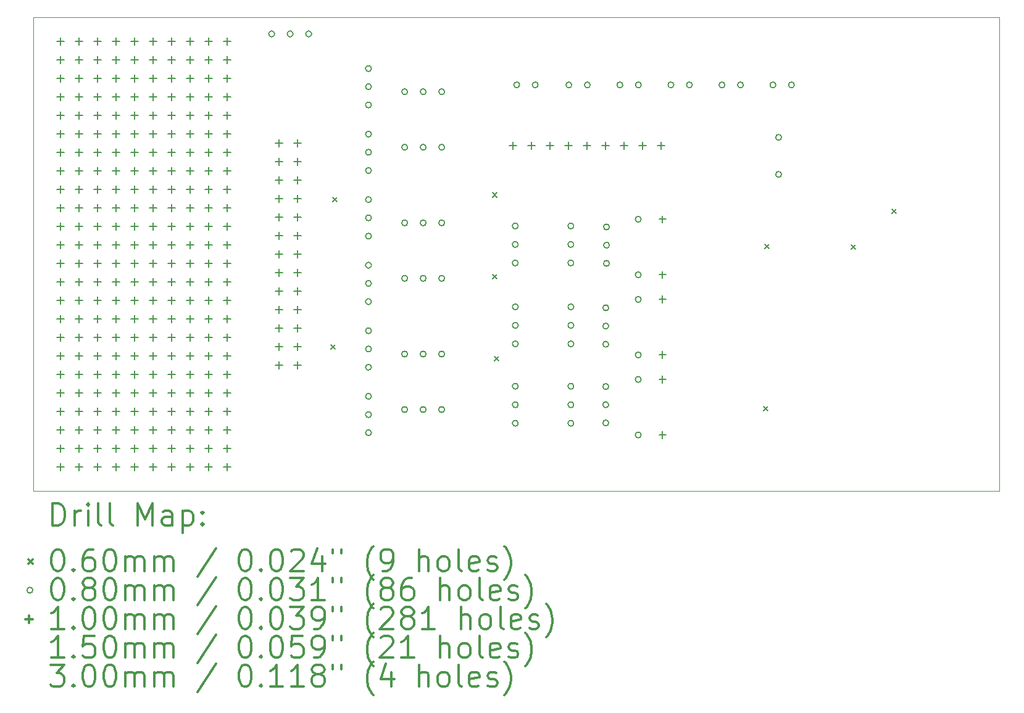
<source format=gbr>
%FSLAX45Y45*%
G04 Gerber Fmt 4.5, Leading zero omitted, Abs format (unit mm)*
G04 Created by KiCad (PCBNEW (2014-jul-16 BZR unknown)-product) date Mon 06 Oct 2014 10:40:39 AM CEST*
%MOMM*%
G01*
G04 APERTURE LIST*
%ADD10C,0.127000*%
%ADD11C,0.100000*%
%ADD12C,0.200000*%
%ADD13C,0.300000*%
G04 APERTURE END LIST*
D10*
D11*
X0Y6500000D02*
X3000000Y6500000D01*
X0Y0D02*
X0Y6500000D01*
X3000000Y0D02*
X0Y0D01*
X13250000Y6500000D02*
X3000000Y6500000D01*
X13250000Y0D02*
X3000000Y0D01*
X13250000Y0D02*
X13250000Y6500000D01*
D12*
X4085000Y2005000D02*
X4145000Y1945000D01*
X4145000Y2005000D02*
X4085000Y1945000D01*
X4105000Y4035000D02*
X4165000Y3975000D01*
X4165000Y4035000D02*
X4105000Y3975000D01*
X6305000Y4095000D02*
X6365000Y4035000D01*
X6365000Y4095000D02*
X6305000Y4035000D01*
X6305000Y2975000D02*
X6365000Y2915000D01*
X6365000Y2975000D02*
X6305000Y2915000D01*
X6330300Y1850300D02*
X6390300Y1790300D01*
X6390300Y1850300D02*
X6330300Y1790300D01*
X10020000Y1161000D02*
X10080000Y1101000D01*
X10080000Y1161000D02*
X10020000Y1101000D01*
X10035000Y3385000D02*
X10095000Y3325000D01*
X10095000Y3385000D02*
X10035000Y3325000D01*
X11220000Y3380000D02*
X11280000Y3320000D01*
X11280000Y3380000D02*
X11220000Y3320000D01*
X11780000Y3870000D02*
X11840000Y3810000D01*
X11840000Y3870000D02*
X11780000Y3810000D01*
X3311000Y6275000D02*
G75*
G03X3311000Y6275000I-40000J0D01*
G74*
G01*
X3565000Y6275000D02*
G75*
G03X3565000Y6275000I-40000J0D01*
G74*
G01*
X3819000Y6275000D02*
G75*
G03X3819000Y6275000I-40000J0D01*
G74*
G01*
X4640000Y5800000D02*
G75*
G03X4640000Y5800000I-40000J0D01*
G74*
G01*
X4640000Y5550000D02*
G75*
G03X4640000Y5550000I-40000J0D01*
G74*
G01*
X4640000Y5300000D02*
G75*
G03X4640000Y5300000I-40000J0D01*
G74*
G01*
X4640000Y4900000D02*
G75*
G03X4640000Y4900000I-40000J0D01*
G74*
G01*
X4640000Y4650000D02*
G75*
G03X4640000Y4650000I-40000J0D01*
G74*
G01*
X4640000Y4400000D02*
G75*
G03X4640000Y4400000I-40000J0D01*
G74*
G01*
X4640000Y4000000D02*
G75*
G03X4640000Y4000000I-40000J0D01*
G74*
G01*
X4640000Y3750000D02*
G75*
G03X4640000Y3750000I-40000J0D01*
G74*
G01*
X4640000Y3500000D02*
G75*
G03X4640000Y3500000I-40000J0D01*
G74*
G01*
X4640000Y3100000D02*
G75*
G03X4640000Y3100000I-40000J0D01*
G74*
G01*
X4640000Y2850000D02*
G75*
G03X4640000Y2850000I-40000J0D01*
G74*
G01*
X4640000Y2600000D02*
G75*
G03X4640000Y2600000I-40000J0D01*
G74*
G01*
X4640000Y2200000D02*
G75*
G03X4640000Y2200000I-40000J0D01*
G74*
G01*
X4640000Y1950000D02*
G75*
G03X4640000Y1950000I-40000J0D01*
G74*
G01*
X4640000Y1700000D02*
G75*
G03X4640000Y1700000I-40000J0D01*
G74*
G01*
X4640000Y1300000D02*
G75*
G03X4640000Y1300000I-40000J0D01*
G74*
G01*
X4640000Y1050000D02*
G75*
G03X4640000Y1050000I-40000J0D01*
G74*
G01*
X4640000Y800000D02*
G75*
G03X4640000Y800000I-40000J0D01*
G74*
G01*
X5136000Y5481000D02*
G75*
G03X5136000Y5481000I-40000J0D01*
G74*
G01*
X5136000Y4719000D02*
G75*
G03X5136000Y4719000I-40000J0D01*
G74*
G01*
X5136000Y3681000D02*
G75*
G03X5136000Y3681000I-40000J0D01*
G74*
G01*
X5136000Y2919000D02*
G75*
G03X5136000Y2919000I-40000J0D01*
G74*
G01*
X5136000Y1881000D02*
G75*
G03X5136000Y1881000I-40000J0D01*
G74*
G01*
X5136000Y1119000D02*
G75*
G03X5136000Y1119000I-40000J0D01*
G74*
G01*
X5390000Y5481000D02*
G75*
G03X5390000Y5481000I-40000J0D01*
G74*
G01*
X5390000Y4719000D02*
G75*
G03X5390000Y4719000I-40000J0D01*
G74*
G01*
X5390000Y3681000D02*
G75*
G03X5390000Y3681000I-40000J0D01*
G74*
G01*
X5390000Y2919000D02*
G75*
G03X5390000Y2919000I-40000J0D01*
G74*
G01*
X5390000Y1881000D02*
G75*
G03X5390000Y1881000I-40000J0D01*
G74*
G01*
X5390000Y1119000D02*
G75*
G03X5390000Y1119000I-40000J0D01*
G74*
G01*
X5644000Y5481000D02*
G75*
G03X5644000Y5481000I-40000J0D01*
G74*
G01*
X5644000Y4719000D02*
G75*
G03X5644000Y4719000I-40000J0D01*
G74*
G01*
X5644000Y3681000D02*
G75*
G03X5644000Y3681000I-40000J0D01*
G74*
G01*
X5644000Y2919000D02*
G75*
G03X5644000Y2919000I-40000J0D01*
G74*
G01*
X5644000Y1881000D02*
G75*
G03X5644000Y1881000I-40000J0D01*
G74*
G01*
X5644000Y1119000D02*
G75*
G03X5644000Y1119000I-40000J0D01*
G74*
G01*
X6654000Y3639000D02*
G75*
G03X6654000Y3639000I-40000J0D01*
G74*
G01*
X6654000Y3385000D02*
G75*
G03X6654000Y3385000I-40000J0D01*
G74*
G01*
X6654000Y3131000D02*
G75*
G03X6654000Y3131000I-40000J0D01*
G74*
G01*
X6654000Y2529000D02*
G75*
G03X6654000Y2529000I-40000J0D01*
G74*
G01*
X6654000Y2275000D02*
G75*
G03X6654000Y2275000I-40000J0D01*
G74*
G01*
X6654000Y2021000D02*
G75*
G03X6654000Y2021000I-40000J0D01*
G74*
G01*
X6654000Y1439000D02*
G75*
G03X6654000Y1439000I-40000J0D01*
G74*
G01*
X6654000Y1185000D02*
G75*
G03X6654000Y1185000I-40000J0D01*
G74*
G01*
X6654000Y931000D02*
G75*
G03X6654000Y931000I-40000J0D01*
G74*
G01*
X6673000Y5575000D02*
G75*
G03X6673000Y5575000I-40000J0D01*
G74*
G01*
X6927000Y5575000D02*
G75*
G03X6927000Y5575000I-40000J0D01*
G74*
G01*
X7388000Y5575000D02*
G75*
G03X7388000Y5575000I-40000J0D01*
G74*
G01*
X7416000Y3639000D02*
G75*
G03X7416000Y3639000I-40000J0D01*
G74*
G01*
X7416000Y3385000D02*
G75*
G03X7416000Y3385000I-40000J0D01*
G74*
G01*
X7416000Y3131000D02*
G75*
G03X7416000Y3131000I-40000J0D01*
G74*
G01*
X7416000Y2529000D02*
G75*
G03X7416000Y2529000I-40000J0D01*
G74*
G01*
X7416000Y2275000D02*
G75*
G03X7416000Y2275000I-40000J0D01*
G74*
G01*
X7416000Y2021000D02*
G75*
G03X7416000Y2021000I-40000J0D01*
G74*
G01*
X7416000Y1439000D02*
G75*
G03X7416000Y1439000I-40000J0D01*
G74*
G01*
X7416000Y1185000D02*
G75*
G03X7416000Y1185000I-40000J0D01*
G74*
G01*
X7416000Y931000D02*
G75*
G03X7416000Y931000I-40000J0D01*
G74*
G01*
X7642000Y5575000D02*
G75*
G03X7642000Y5575000I-40000J0D01*
G74*
G01*
X7895000Y2515000D02*
G75*
G03X7895000Y2515000I-40000J0D01*
G74*
G01*
X7895000Y2265000D02*
G75*
G03X7895000Y2265000I-40000J0D01*
G74*
G01*
X7895000Y2015000D02*
G75*
G03X7895000Y2015000I-40000J0D01*
G74*
G01*
X7895000Y1435000D02*
G75*
G03X7895000Y1435000I-40000J0D01*
G74*
G01*
X7895000Y1185000D02*
G75*
G03X7895000Y1185000I-40000J0D01*
G74*
G01*
X7895000Y935000D02*
G75*
G03X7895000Y935000I-40000J0D01*
G74*
G01*
X7905000Y3625000D02*
G75*
G03X7905000Y3625000I-40000J0D01*
G74*
G01*
X7905000Y3375000D02*
G75*
G03X7905000Y3375000I-40000J0D01*
G74*
G01*
X7905000Y3125000D02*
G75*
G03X7905000Y3125000I-40000J0D01*
G74*
G01*
X8088000Y5575000D02*
G75*
G03X8088000Y5575000I-40000J0D01*
G74*
G01*
X8340000Y3731000D02*
G75*
G03X8340000Y3731000I-40000J0D01*
G74*
G01*
X8340000Y2969000D02*
G75*
G03X8340000Y2969000I-40000J0D01*
G74*
G01*
X8340000Y2631000D02*
G75*
G03X8340000Y2631000I-40000J0D01*
G74*
G01*
X8340000Y1869000D02*
G75*
G03X8340000Y1869000I-40000J0D01*
G74*
G01*
X8340000Y1531000D02*
G75*
G03X8340000Y1531000I-40000J0D01*
G74*
G01*
X8340000Y769000D02*
G75*
G03X8340000Y769000I-40000J0D01*
G74*
G01*
X8342000Y5575000D02*
G75*
G03X8342000Y5575000I-40000J0D01*
G74*
G01*
X8788000Y5575000D02*
G75*
G03X8788000Y5575000I-40000J0D01*
G74*
G01*
X9042000Y5575000D02*
G75*
G03X9042000Y5575000I-40000J0D01*
G74*
G01*
X9488000Y5575000D02*
G75*
G03X9488000Y5575000I-40000J0D01*
G74*
G01*
X9742000Y5575000D02*
G75*
G03X9742000Y5575000I-40000J0D01*
G74*
G01*
X10188000Y5575000D02*
G75*
G03X10188000Y5575000I-40000J0D01*
G74*
G01*
X10265000Y4854000D02*
G75*
G03X10265000Y4854000I-40000J0D01*
G74*
G01*
X10265000Y4346000D02*
G75*
G03X10265000Y4346000I-40000J0D01*
G74*
G01*
X10442000Y5575000D02*
G75*
G03X10442000Y5575000I-40000J0D01*
G74*
G01*
X374000Y6224000D02*
X374000Y6124000D01*
X324000Y6174000D02*
X424000Y6174000D01*
X374000Y5970000D02*
X374000Y5870000D01*
X324000Y5920000D02*
X424000Y5920000D01*
X374000Y5716000D02*
X374000Y5616000D01*
X324000Y5666000D02*
X424000Y5666000D01*
X374000Y5462000D02*
X374000Y5362000D01*
X324000Y5412000D02*
X424000Y5412000D01*
X374000Y5208000D02*
X374000Y5108000D01*
X324000Y5158000D02*
X424000Y5158000D01*
X374000Y4954000D02*
X374000Y4854000D01*
X324000Y4904000D02*
X424000Y4904000D01*
X374000Y4700000D02*
X374000Y4600000D01*
X324000Y4650000D02*
X424000Y4650000D01*
X374000Y4446000D02*
X374000Y4346000D01*
X324000Y4396000D02*
X424000Y4396000D01*
X374000Y4192000D02*
X374000Y4092000D01*
X324000Y4142000D02*
X424000Y4142000D01*
X374000Y3938000D02*
X374000Y3838000D01*
X324000Y3888000D02*
X424000Y3888000D01*
X374000Y3684000D02*
X374000Y3584000D01*
X324000Y3634000D02*
X424000Y3634000D01*
X374000Y3430000D02*
X374000Y3330000D01*
X324000Y3380000D02*
X424000Y3380000D01*
X374000Y3176000D02*
X374000Y3076000D01*
X324000Y3126000D02*
X424000Y3126000D01*
X374000Y2922000D02*
X374000Y2822000D01*
X324000Y2872000D02*
X424000Y2872000D01*
X374000Y2668000D02*
X374000Y2568000D01*
X324000Y2618000D02*
X424000Y2618000D01*
X374000Y2414000D02*
X374000Y2314000D01*
X324000Y2364000D02*
X424000Y2364000D01*
X374000Y2160000D02*
X374000Y2060000D01*
X324000Y2110000D02*
X424000Y2110000D01*
X374000Y1906000D02*
X374000Y1806000D01*
X324000Y1856000D02*
X424000Y1856000D01*
X374000Y1652000D02*
X374000Y1552000D01*
X324000Y1602000D02*
X424000Y1602000D01*
X374000Y1398000D02*
X374000Y1298000D01*
X324000Y1348000D02*
X424000Y1348000D01*
X374000Y1144000D02*
X374000Y1044000D01*
X324000Y1094000D02*
X424000Y1094000D01*
X374000Y890000D02*
X374000Y790000D01*
X324000Y840000D02*
X424000Y840000D01*
X374000Y636000D02*
X374000Y536000D01*
X324000Y586000D02*
X424000Y586000D01*
X374000Y382000D02*
X374000Y282000D01*
X324000Y332000D02*
X424000Y332000D01*
X628000Y6224000D02*
X628000Y6124000D01*
X578000Y6174000D02*
X678000Y6174000D01*
X628000Y5970000D02*
X628000Y5870000D01*
X578000Y5920000D02*
X678000Y5920000D01*
X628000Y5716000D02*
X628000Y5616000D01*
X578000Y5666000D02*
X678000Y5666000D01*
X628000Y5462000D02*
X628000Y5362000D01*
X578000Y5412000D02*
X678000Y5412000D01*
X628000Y5208000D02*
X628000Y5108000D01*
X578000Y5158000D02*
X678000Y5158000D01*
X628000Y4954000D02*
X628000Y4854000D01*
X578000Y4904000D02*
X678000Y4904000D01*
X628000Y4700000D02*
X628000Y4600000D01*
X578000Y4650000D02*
X678000Y4650000D01*
X628000Y4446000D02*
X628000Y4346000D01*
X578000Y4396000D02*
X678000Y4396000D01*
X628000Y4192000D02*
X628000Y4092000D01*
X578000Y4142000D02*
X678000Y4142000D01*
X628000Y3938000D02*
X628000Y3838000D01*
X578000Y3888000D02*
X678000Y3888000D01*
X628000Y3684000D02*
X628000Y3584000D01*
X578000Y3634000D02*
X678000Y3634000D01*
X628000Y3430000D02*
X628000Y3330000D01*
X578000Y3380000D02*
X678000Y3380000D01*
X628000Y3176000D02*
X628000Y3076000D01*
X578000Y3126000D02*
X678000Y3126000D01*
X628000Y2922000D02*
X628000Y2822000D01*
X578000Y2872000D02*
X678000Y2872000D01*
X628000Y2668000D02*
X628000Y2568000D01*
X578000Y2618000D02*
X678000Y2618000D01*
X628000Y2414000D02*
X628000Y2314000D01*
X578000Y2364000D02*
X678000Y2364000D01*
X628000Y2160000D02*
X628000Y2060000D01*
X578000Y2110000D02*
X678000Y2110000D01*
X628000Y1906000D02*
X628000Y1806000D01*
X578000Y1856000D02*
X678000Y1856000D01*
X628000Y1652000D02*
X628000Y1552000D01*
X578000Y1602000D02*
X678000Y1602000D01*
X628000Y1398000D02*
X628000Y1298000D01*
X578000Y1348000D02*
X678000Y1348000D01*
X628000Y1144000D02*
X628000Y1044000D01*
X578000Y1094000D02*
X678000Y1094000D01*
X628000Y890000D02*
X628000Y790000D01*
X578000Y840000D02*
X678000Y840000D01*
X628000Y636000D02*
X628000Y536000D01*
X578000Y586000D02*
X678000Y586000D01*
X628000Y382000D02*
X628000Y282000D01*
X578000Y332000D02*
X678000Y332000D01*
X882000Y6224000D02*
X882000Y6124000D01*
X832000Y6174000D02*
X932000Y6174000D01*
X882000Y5970000D02*
X882000Y5870000D01*
X832000Y5920000D02*
X932000Y5920000D01*
X882000Y5716000D02*
X882000Y5616000D01*
X832000Y5666000D02*
X932000Y5666000D01*
X882000Y5462000D02*
X882000Y5362000D01*
X832000Y5412000D02*
X932000Y5412000D01*
X882000Y5208000D02*
X882000Y5108000D01*
X832000Y5158000D02*
X932000Y5158000D01*
X882000Y4954000D02*
X882000Y4854000D01*
X832000Y4904000D02*
X932000Y4904000D01*
X882000Y4700000D02*
X882000Y4600000D01*
X832000Y4650000D02*
X932000Y4650000D01*
X882000Y4446000D02*
X882000Y4346000D01*
X832000Y4396000D02*
X932000Y4396000D01*
X882000Y4192000D02*
X882000Y4092000D01*
X832000Y4142000D02*
X932000Y4142000D01*
X882000Y3938000D02*
X882000Y3838000D01*
X832000Y3888000D02*
X932000Y3888000D01*
X882000Y3684000D02*
X882000Y3584000D01*
X832000Y3634000D02*
X932000Y3634000D01*
X882000Y3430000D02*
X882000Y3330000D01*
X832000Y3380000D02*
X932000Y3380000D01*
X882000Y3176000D02*
X882000Y3076000D01*
X832000Y3126000D02*
X932000Y3126000D01*
X882000Y2922000D02*
X882000Y2822000D01*
X832000Y2872000D02*
X932000Y2872000D01*
X882000Y2668000D02*
X882000Y2568000D01*
X832000Y2618000D02*
X932000Y2618000D01*
X882000Y2414000D02*
X882000Y2314000D01*
X832000Y2364000D02*
X932000Y2364000D01*
X882000Y2160000D02*
X882000Y2060000D01*
X832000Y2110000D02*
X932000Y2110000D01*
X882000Y1906000D02*
X882000Y1806000D01*
X832000Y1856000D02*
X932000Y1856000D01*
X882000Y1652000D02*
X882000Y1552000D01*
X832000Y1602000D02*
X932000Y1602000D01*
X882000Y1398000D02*
X882000Y1298000D01*
X832000Y1348000D02*
X932000Y1348000D01*
X882000Y1144000D02*
X882000Y1044000D01*
X832000Y1094000D02*
X932000Y1094000D01*
X882000Y890000D02*
X882000Y790000D01*
X832000Y840000D02*
X932000Y840000D01*
X882000Y636000D02*
X882000Y536000D01*
X832000Y586000D02*
X932000Y586000D01*
X882000Y382000D02*
X882000Y282000D01*
X832000Y332000D02*
X932000Y332000D01*
X1136000Y6224000D02*
X1136000Y6124000D01*
X1086000Y6174000D02*
X1186000Y6174000D01*
X1136000Y5970000D02*
X1136000Y5870000D01*
X1086000Y5920000D02*
X1186000Y5920000D01*
X1136000Y5716000D02*
X1136000Y5616000D01*
X1086000Y5666000D02*
X1186000Y5666000D01*
X1136000Y5462000D02*
X1136000Y5362000D01*
X1086000Y5412000D02*
X1186000Y5412000D01*
X1136000Y5208000D02*
X1136000Y5108000D01*
X1086000Y5158000D02*
X1186000Y5158000D01*
X1136000Y4954000D02*
X1136000Y4854000D01*
X1086000Y4904000D02*
X1186000Y4904000D01*
X1136000Y4700000D02*
X1136000Y4600000D01*
X1086000Y4650000D02*
X1186000Y4650000D01*
X1136000Y4446000D02*
X1136000Y4346000D01*
X1086000Y4396000D02*
X1186000Y4396000D01*
X1136000Y4192000D02*
X1136000Y4092000D01*
X1086000Y4142000D02*
X1186000Y4142000D01*
X1136000Y3938000D02*
X1136000Y3838000D01*
X1086000Y3888000D02*
X1186000Y3888000D01*
X1136000Y3684000D02*
X1136000Y3584000D01*
X1086000Y3634000D02*
X1186000Y3634000D01*
X1136000Y3430000D02*
X1136000Y3330000D01*
X1086000Y3380000D02*
X1186000Y3380000D01*
X1136000Y3176000D02*
X1136000Y3076000D01*
X1086000Y3126000D02*
X1186000Y3126000D01*
X1136000Y2922000D02*
X1136000Y2822000D01*
X1086000Y2872000D02*
X1186000Y2872000D01*
X1136000Y2668000D02*
X1136000Y2568000D01*
X1086000Y2618000D02*
X1186000Y2618000D01*
X1136000Y2414000D02*
X1136000Y2314000D01*
X1086000Y2364000D02*
X1186000Y2364000D01*
X1136000Y2160000D02*
X1136000Y2060000D01*
X1086000Y2110000D02*
X1186000Y2110000D01*
X1136000Y1906000D02*
X1136000Y1806000D01*
X1086000Y1856000D02*
X1186000Y1856000D01*
X1136000Y1652000D02*
X1136000Y1552000D01*
X1086000Y1602000D02*
X1186000Y1602000D01*
X1136000Y1398000D02*
X1136000Y1298000D01*
X1086000Y1348000D02*
X1186000Y1348000D01*
X1136000Y1144000D02*
X1136000Y1044000D01*
X1086000Y1094000D02*
X1186000Y1094000D01*
X1136000Y890000D02*
X1136000Y790000D01*
X1086000Y840000D02*
X1186000Y840000D01*
X1136000Y636000D02*
X1136000Y536000D01*
X1086000Y586000D02*
X1186000Y586000D01*
X1136000Y382000D02*
X1136000Y282000D01*
X1086000Y332000D02*
X1186000Y332000D01*
X1390000Y6224000D02*
X1390000Y6124000D01*
X1340000Y6174000D02*
X1440000Y6174000D01*
X1390000Y5970000D02*
X1390000Y5870000D01*
X1340000Y5920000D02*
X1440000Y5920000D01*
X1390000Y5716000D02*
X1390000Y5616000D01*
X1340000Y5666000D02*
X1440000Y5666000D01*
X1390000Y5462000D02*
X1390000Y5362000D01*
X1340000Y5412000D02*
X1440000Y5412000D01*
X1390000Y5208000D02*
X1390000Y5108000D01*
X1340000Y5158000D02*
X1440000Y5158000D01*
X1390000Y4954000D02*
X1390000Y4854000D01*
X1340000Y4904000D02*
X1440000Y4904000D01*
X1390000Y4700000D02*
X1390000Y4600000D01*
X1340000Y4650000D02*
X1440000Y4650000D01*
X1390000Y4446000D02*
X1390000Y4346000D01*
X1340000Y4396000D02*
X1440000Y4396000D01*
X1390000Y4192000D02*
X1390000Y4092000D01*
X1340000Y4142000D02*
X1440000Y4142000D01*
X1390000Y3938000D02*
X1390000Y3838000D01*
X1340000Y3888000D02*
X1440000Y3888000D01*
X1390000Y3684000D02*
X1390000Y3584000D01*
X1340000Y3634000D02*
X1440000Y3634000D01*
X1390000Y3430000D02*
X1390000Y3330000D01*
X1340000Y3380000D02*
X1440000Y3380000D01*
X1390000Y3176000D02*
X1390000Y3076000D01*
X1340000Y3126000D02*
X1440000Y3126000D01*
X1390000Y2922000D02*
X1390000Y2822000D01*
X1340000Y2872000D02*
X1440000Y2872000D01*
X1390000Y2668000D02*
X1390000Y2568000D01*
X1340000Y2618000D02*
X1440000Y2618000D01*
X1390000Y2414000D02*
X1390000Y2314000D01*
X1340000Y2364000D02*
X1440000Y2364000D01*
X1390000Y2160000D02*
X1390000Y2060000D01*
X1340000Y2110000D02*
X1440000Y2110000D01*
X1390000Y1906000D02*
X1390000Y1806000D01*
X1340000Y1856000D02*
X1440000Y1856000D01*
X1390000Y1652000D02*
X1390000Y1552000D01*
X1340000Y1602000D02*
X1440000Y1602000D01*
X1390000Y1398000D02*
X1390000Y1298000D01*
X1340000Y1348000D02*
X1440000Y1348000D01*
X1390000Y1144000D02*
X1390000Y1044000D01*
X1340000Y1094000D02*
X1440000Y1094000D01*
X1390000Y890000D02*
X1390000Y790000D01*
X1340000Y840000D02*
X1440000Y840000D01*
X1390000Y636000D02*
X1390000Y536000D01*
X1340000Y586000D02*
X1440000Y586000D01*
X1390000Y382000D02*
X1390000Y282000D01*
X1340000Y332000D02*
X1440000Y332000D01*
X1644000Y6224000D02*
X1644000Y6124000D01*
X1594000Y6174000D02*
X1694000Y6174000D01*
X1644000Y5970000D02*
X1644000Y5870000D01*
X1594000Y5920000D02*
X1694000Y5920000D01*
X1644000Y5716000D02*
X1644000Y5616000D01*
X1594000Y5666000D02*
X1694000Y5666000D01*
X1644000Y5462000D02*
X1644000Y5362000D01*
X1594000Y5412000D02*
X1694000Y5412000D01*
X1644000Y5208000D02*
X1644000Y5108000D01*
X1594000Y5158000D02*
X1694000Y5158000D01*
X1644000Y4954000D02*
X1644000Y4854000D01*
X1594000Y4904000D02*
X1694000Y4904000D01*
X1644000Y4700000D02*
X1644000Y4600000D01*
X1594000Y4650000D02*
X1694000Y4650000D01*
X1644000Y4446000D02*
X1644000Y4346000D01*
X1594000Y4396000D02*
X1694000Y4396000D01*
X1644000Y4192000D02*
X1644000Y4092000D01*
X1594000Y4142000D02*
X1694000Y4142000D01*
X1644000Y3938000D02*
X1644000Y3838000D01*
X1594000Y3888000D02*
X1694000Y3888000D01*
X1644000Y3684000D02*
X1644000Y3584000D01*
X1594000Y3634000D02*
X1694000Y3634000D01*
X1644000Y3430000D02*
X1644000Y3330000D01*
X1594000Y3380000D02*
X1694000Y3380000D01*
X1644000Y3176000D02*
X1644000Y3076000D01*
X1594000Y3126000D02*
X1694000Y3126000D01*
X1644000Y2922000D02*
X1644000Y2822000D01*
X1594000Y2872000D02*
X1694000Y2872000D01*
X1644000Y2668000D02*
X1644000Y2568000D01*
X1594000Y2618000D02*
X1694000Y2618000D01*
X1644000Y2414000D02*
X1644000Y2314000D01*
X1594000Y2364000D02*
X1694000Y2364000D01*
X1644000Y2160000D02*
X1644000Y2060000D01*
X1594000Y2110000D02*
X1694000Y2110000D01*
X1644000Y1906000D02*
X1644000Y1806000D01*
X1594000Y1856000D02*
X1694000Y1856000D01*
X1644000Y1652000D02*
X1644000Y1552000D01*
X1594000Y1602000D02*
X1694000Y1602000D01*
X1644000Y1398000D02*
X1644000Y1298000D01*
X1594000Y1348000D02*
X1694000Y1348000D01*
X1644000Y1144000D02*
X1644000Y1044000D01*
X1594000Y1094000D02*
X1694000Y1094000D01*
X1644000Y890000D02*
X1644000Y790000D01*
X1594000Y840000D02*
X1694000Y840000D01*
X1644000Y636000D02*
X1644000Y536000D01*
X1594000Y586000D02*
X1694000Y586000D01*
X1644000Y382000D02*
X1644000Y282000D01*
X1594000Y332000D02*
X1694000Y332000D01*
X1898000Y6224000D02*
X1898000Y6124000D01*
X1848000Y6174000D02*
X1948000Y6174000D01*
X1898000Y5970000D02*
X1898000Y5870000D01*
X1848000Y5920000D02*
X1948000Y5920000D01*
X1898000Y5716000D02*
X1898000Y5616000D01*
X1848000Y5666000D02*
X1948000Y5666000D01*
X1898000Y5462000D02*
X1898000Y5362000D01*
X1848000Y5412000D02*
X1948000Y5412000D01*
X1898000Y5208000D02*
X1898000Y5108000D01*
X1848000Y5158000D02*
X1948000Y5158000D01*
X1898000Y4954000D02*
X1898000Y4854000D01*
X1848000Y4904000D02*
X1948000Y4904000D01*
X1898000Y4700000D02*
X1898000Y4600000D01*
X1848000Y4650000D02*
X1948000Y4650000D01*
X1898000Y4446000D02*
X1898000Y4346000D01*
X1848000Y4396000D02*
X1948000Y4396000D01*
X1898000Y4192000D02*
X1898000Y4092000D01*
X1848000Y4142000D02*
X1948000Y4142000D01*
X1898000Y3938000D02*
X1898000Y3838000D01*
X1848000Y3888000D02*
X1948000Y3888000D01*
X1898000Y3684000D02*
X1898000Y3584000D01*
X1848000Y3634000D02*
X1948000Y3634000D01*
X1898000Y3430000D02*
X1898000Y3330000D01*
X1848000Y3380000D02*
X1948000Y3380000D01*
X1898000Y3176000D02*
X1898000Y3076000D01*
X1848000Y3126000D02*
X1948000Y3126000D01*
X1898000Y2922000D02*
X1898000Y2822000D01*
X1848000Y2872000D02*
X1948000Y2872000D01*
X1898000Y2668000D02*
X1898000Y2568000D01*
X1848000Y2618000D02*
X1948000Y2618000D01*
X1898000Y2414000D02*
X1898000Y2314000D01*
X1848000Y2364000D02*
X1948000Y2364000D01*
X1898000Y2160000D02*
X1898000Y2060000D01*
X1848000Y2110000D02*
X1948000Y2110000D01*
X1898000Y1906000D02*
X1898000Y1806000D01*
X1848000Y1856000D02*
X1948000Y1856000D01*
X1898000Y1652000D02*
X1898000Y1552000D01*
X1848000Y1602000D02*
X1948000Y1602000D01*
X1898000Y1398000D02*
X1898000Y1298000D01*
X1848000Y1348000D02*
X1948000Y1348000D01*
X1898000Y1144000D02*
X1898000Y1044000D01*
X1848000Y1094000D02*
X1948000Y1094000D01*
X1898000Y890000D02*
X1898000Y790000D01*
X1848000Y840000D02*
X1948000Y840000D01*
X1898000Y636000D02*
X1898000Y536000D01*
X1848000Y586000D02*
X1948000Y586000D01*
X1898000Y382000D02*
X1898000Y282000D01*
X1848000Y332000D02*
X1948000Y332000D01*
X2152000Y6224000D02*
X2152000Y6124000D01*
X2102000Y6174000D02*
X2202000Y6174000D01*
X2152000Y5970000D02*
X2152000Y5870000D01*
X2102000Y5920000D02*
X2202000Y5920000D01*
X2152000Y5716000D02*
X2152000Y5616000D01*
X2102000Y5666000D02*
X2202000Y5666000D01*
X2152000Y5462000D02*
X2152000Y5362000D01*
X2102000Y5412000D02*
X2202000Y5412000D01*
X2152000Y5208000D02*
X2152000Y5108000D01*
X2102000Y5158000D02*
X2202000Y5158000D01*
X2152000Y4954000D02*
X2152000Y4854000D01*
X2102000Y4904000D02*
X2202000Y4904000D01*
X2152000Y4700000D02*
X2152000Y4600000D01*
X2102000Y4650000D02*
X2202000Y4650000D01*
X2152000Y4446000D02*
X2152000Y4346000D01*
X2102000Y4396000D02*
X2202000Y4396000D01*
X2152000Y4192000D02*
X2152000Y4092000D01*
X2102000Y4142000D02*
X2202000Y4142000D01*
X2152000Y3938000D02*
X2152000Y3838000D01*
X2102000Y3888000D02*
X2202000Y3888000D01*
X2152000Y3684000D02*
X2152000Y3584000D01*
X2102000Y3634000D02*
X2202000Y3634000D01*
X2152000Y3430000D02*
X2152000Y3330000D01*
X2102000Y3380000D02*
X2202000Y3380000D01*
X2152000Y3176000D02*
X2152000Y3076000D01*
X2102000Y3126000D02*
X2202000Y3126000D01*
X2152000Y2922000D02*
X2152000Y2822000D01*
X2102000Y2872000D02*
X2202000Y2872000D01*
X2152000Y2668000D02*
X2152000Y2568000D01*
X2102000Y2618000D02*
X2202000Y2618000D01*
X2152000Y2414000D02*
X2152000Y2314000D01*
X2102000Y2364000D02*
X2202000Y2364000D01*
X2152000Y2160000D02*
X2152000Y2060000D01*
X2102000Y2110000D02*
X2202000Y2110000D01*
X2152000Y1906000D02*
X2152000Y1806000D01*
X2102000Y1856000D02*
X2202000Y1856000D01*
X2152000Y1652000D02*
X2152000Y1552000D01*
X2102000Y1602000D02*
X2202000Y1602000D01*
X2152000Y1398000D02*
X2152000Y1298000D01*
X2102000Y1348000D02*
X2202000Y1348000D01*
X2152000Y1144000D02*
X2152000Y1044000D01*
X2102000Y1094000D02*
X2202000Y1094000D01*
X2152000Y890000D02*
X2152000Y790000D01*
X2102000Y840000D02*
X2202000Y840000D01*
X2152000Y636000D02*
X2152000Y536000D01*
X2102000Y586000D02*
X2202000Y586000D01*
X2152000Y382000D02*
X2152000Y282000D01*
X2102000Y332000D02*
X2202000Y332000D01*
X2406000Y6224000D02*
X2406000Y6124000D01*
X2356000Y6174000D02*
X2456000Y6174000D01*
X2406000Y5970000D02*
X2406000Y5870000D01*
X2356000Y5920000D02*
X2456000Y5920000D01*
X2406000Y5716000D02*
X2406000Y5616000D01*
X2356000Y5666000D02*
X2456000Y5666000D01*
X2406000Y5462000D02*
X2406000Y5362000D01*
X2356000Y5412000D02*
X2456000Y5412000D01*
X2406000Y5208000D02*
X2406000Y5108000D01*
X2356000Y5158000D02*
X2456000Y5158000D01*
X2406000Y4954000D02*
X2406000Y4854000D01*
X2356000Y4904000D02*
X2456000Y4904000D01*
X2406000Y4700000D02*
X2406000Y4600000D01*
X2356000Y4650000D02*
X2456000Y4650000D01*
X2406000Y4446000D02*
X2406000Y4346000D01*
X2356000Y4396000D02*
X2456000Y4396000D01*
X2406000Y4192000D02*
X2406000Y4092000D01*
X2356000Y4142000D02*
X2456000Y4142000D01*
X2406000Y3938000D02*
X2406000Y3838000D01*
X2356000Y3888000D02*
X2456000Y3888000D01*
X2406000Y3684000D02*
X2406000Y3584000D01*
X2356000Y3634000D02*
X2456000Y3634000D01*
X2406000Y3430000D02*
X2406000Y3330000D01*
X2356000Y3380000D02*
X2456000Y3380000D01*
X2406000Y3176000D02*
X2406000Y3076000D01*
X2356000Y3126000D02*
X2456000Y3126000D01*
X2406000Y2922000D02*
X2406000Y2822000D01*
X2356000Y2872000D02*
X2456000Y2872000D01*
X2406000Y2668000D02*
X2406000Y2568000D01*
X2356000Y2618000D02*
X2456000Y2618000D01*
X2406000Y2414000D02*
X2406000Y2314000D01*
X2356000Y2364000D02*
X2456000Y2364000D01*
X2406000Y2160000D02*
X2406000Y2060000D01*
X2356000Y2110000D02*
X2456000Y2110000D01*
X2406000Y1906000D02*
X2406000Y1806000D01*
X2356000Y1856000D02*
X2456000Y1856000D01*
X2406000Y1652000D02*
X2406000Y1552000D01*
X2356000Y1602000D02*
X2456000Y1602000D01*
X2406000Y1398000D02*
X2406000Y1298000D01*
X2356000Y1348000D02*
X2456000Y1348000D01*
X2406000Y1144000D02*
X2406000Y1044000D01*
X2356000Y1094000D02*
X2456000Y1094000D01*
X2406000Y890000D02*
X2406000Y790000D01*
X2356000Y840000D02*
X2456000Y840000D01*
X2406000Y636000D02*
X2406000Y536000D01*
X2356000Y586000D02*
X2456000Y586000D01*
X2406000Y382000D02*
X2406000Y282000D01*
X2356000Y332000D02*
X2456000Y332000D01*
X2660000Y6224000D02*
X2660000Y6124000D01*
X2610000Y6174000D02*
X2710000Y6174000D01*
X2660000Y5970000D02*
X2660000Y5870000D01*
X2610000Y5920000D02*
X2710000Y5920000D01*
X2660000Y5716000D02*
X2660000Y5616000D01*
X2610000Y5666000D02*
X2710000Y5666000D01*
X2660000Y5462000D02*
X2660000Y5362000D01*
X2610000Y5412000D02*
X2710000Y5412000D01*
X2660000Y5208000D02*
X2660000Y5108000D01*
X2610000Y5158000D02*
X2710000Y5158000D01*
X2660000Y4954000D02*
X2660000Y4854000D01*
X2610000Y4904000D02*
X2710000Y4904000D01*
X2660000Y4700000D02*
X2660000Y4600000D01*
X2610000Y4650000D02*
X2710000Y4650000D01*
X2660000Y4446000D02*
X2660000Y4346000D01*
X2610000Y4396000D02*
X2710000Y4396000D01*
X2660000Y4192000D02*
X2660000Y4092000D01*
X2610000Y4142000D02*
X2710000Y4142000D01*
X2660000Y3938000D02*
X2660000Y3838000D01*
X2610000Y3888000D02*
X2710000Y3888000D01*
X2660000Y3684000D02*
X2660000Y3584000D01*
X2610000Y3634000D02*
X2710000Y3634000D01*
X2660000Y3430000D02*
X2660000Y3330000D01*
X2610000Y3380000D02*
X2710000Y3380000D01*
X2660000Y3176000D02*
X2660000Y3076000D01*
X2610000Y3126000D02*
X2710000Y3126000D01*
X2660000Y2922000D02*
X2660000Y2822000D01*
X2610000Y2872000D02*
X2710000Y2872000D01*
X2660000Y2668000D02*
X2660000Y2568000D01*
X2610000Y2618000D02*
X2710000Y2618000D01*
X2660000Y2414000D02*
X2660000Y2314000D01*
X2610000Y2364000D02*
X2710000Y2364000D01*
X2660000Y2160000D02*
X2660000Y2060000D01*
X2610000Y2110000D02*
X2710000Y2110000D01*
X2660000Y1906000D02*
X2660000Y1806000D01*
X2610000Y1856000D02*
X2710000Y1856000D01*
X2660000Y1652000D02*
X2660000Y1552000D01*
X2610000Y1602000D02*
X2710000Y1602000D01*
X2660000Y1398000D02*
X2660000Y1298000D01*
X2610000Y1348000D02*
X2710000Y1348000D01*
X2660000Y1144000D02*
X2660000Y1044000D01*
X2610000Y1094000D02*
X2710000Y1094000D01*
X2660000Y890000D02*
X2660000Y790000D01*
X2610000Y840000D02*
X2710000Y840000D01*
X2660000Y636000D02*
X2660000Y536000D01*
X2610000Y586000D02*
X2710000Y586000D01*
X2660000Y382000D02*
X2660000Y282000D01*
X2610000Y332000D02*
X2710000Y332000D01*
X3373000Y4824000D02*
X3373000Y4724000D01*
X3323000Y4774000D02*
X3423000Y4774000D01*
X3373000Y4570000D02*
X3373000Y4470000D01*
X3323000Y4520000D02*
X3423000Y4520000D01*
X3373000Y4316000D02*
X3373000Y4216000D01*
X3323000Y4266000D02*
X3423000Y4266000D01*
X3373000Y4062000D02*
X3373000Y3962000D01*
X3323000Y4012000D02*
X3423000Y4012000D01*
X3373000Y3808000D02*
X3373000Y3708000D01*
X3323000Y3758000D02*
X3423000Y3758000D01*
X3373000Y3554000D02*
X3373000Y3454000D01*
X3323000Y3504000D02*
X3423000Y3504000D01*
X3373000Y3300000D02*
X3373000Y3200000D01*
X3323000Y3250000D02*
X3423000Y3250000D01*
X3373000Y3046000D02*
X3373000Y2946000D01*
X3323000Y2996000D02*
X3423000Y2996000D01*
X3373000Y2792000D02*
X3373000Y2692000D01*
X3323000Y2742000D02*
X3423000Y2742000D01*
X3373000Y2538000D02*
X3373000Y2438000D01*
X3323000Y2488000D02*
X3423000Y2488000D01*
X3373000Y2284000D02*
X3373000Y2184000D01*
X3323000Y2234000D02*
X3423000Y2234000D01*
X3373000Y2030000D02*
X3373000Y1930000D01*
X3323000Y1980000D02*
X3423000Y1980000D01*
X3373000Y1776000D02*
X3373000Y1676000D01*
X3323000Y1726000D02*
X3423000Y1726000D01*
X3627000Y4824000D02*
X3627000Y4724000D01*
X3577000Y4774000D02*
X3677000Y4774000D01*
X3627000Y4570000D02*
X3627000Y4470000D01*
X3577000Y4520000D02*
X3677000Y4520000D01*
X3627000Y4316000D02*
X3627000Y4216000D01*
X3577000Y4266000D02*
X3677000Y4266000D01*
X3627000Y4062000D02*
X3627000Y3962000D01*
X3577000Y4012000D02*
X3677000Y4012000D01*
X3627000Y3808000D02*
X3627000Y3708000D01*
X3577000Y3758000D02*
X3677000Y3758000D01*
X3627000Y3554000D02*
X3627000Y3454000D01*
X3577000Y3504000D02*
X3677000Y3504000D01*
X3627000Y3300000D02*
X3627000Y3200000D01*
X3577000Y3250000D02*
X3677000Y3250000D01*
X3627000Y3046000D02*
X3627000Y2946000D01*
X3577000Y2996000D02*
X3677000Y2996000D01*
X3627000Y2792000D02*
X3627000Y2692000D01*
X3577000Y2742000D02*
X3677000Y2742000D01*
X3627000Y2538000D02*
X3627000Y2438000D01*
X3577000Y2488000D02*
X3677000Y2488000D01*
X3627000Y2284000D02*
X3627000Y2184000D01*
X3577000Y2234000D02*
X3677000Y2234000D01*
X3627000Y2030000D02*
X3627000Y1930000D01*
X3577000Y1980000D02*
X3677000Y1980000D01*
X3627000Y1776000D02*
X3627000Y1676000D01*
X3577000Y1726000D02*
X3677000Y1726000D01*
X6579000Y4791000D02*
X6579000Y4691000D01*
X6529000Y4741000D02*
X6629000Y4741000D01*
X6833000Y4791000D02*
X6833000Y4691000D01*
X6783000Y4741000D02*
X6883000Y4741000D01*
X7087000Y4791000D02*
X7087000Y4691000D01*
X7037000Y4741000D02*
X7137000Y4741000D01*
X7341000Y4791000D02*
X7341000Y4691000D01*
X7291000Y4741000D02*
X7391000Y4741000D01*
X7595000Y4791000D02*
X7595000Y4691000D01*
X7545000Y4741000D02*
X7645000Y4741000D01*
X7849000Y4791000D02*
X7849000Y4691000D01*
X7799000Y4741000D02*
X7899000Y4741000D01*
X8103000Y4791000D02*
X8103000Y4691000D01*
X8053000Y4741000D02*
X8153000Y4741000D01*
X8357000Y4791000D02*
X8357000Y4691000D01*
X8307000Y4741000D02*
X8407000Y4741000D01*
X8611000Y4791000D02*
X8611000Y4691000D01*
X8561000Y4741000D02*
X8661000Y4741000D01*
X8634000Y3781000D02*
X8634000Y3681000D01*
X8584000Y3731000D02*
X8684000Y3731000D01*
X8634000Y3019000D02*
X8634000Y2919000D01*
X8584000Y2969000D02*
X8684000Y2969000D01*
X8634000Y2681000D02*
X8634000Y2581000D01*
X8584000Y2631000D02*
X8684000Y2631000D01*
X8634000Y1919000D02*
X8634000Y1819000D01*
X8584000Y1869000D02*
X8684000Y1869000D01*
X8634000Y1581000D02*
X8634000Y1481000D01*
X8584000Y1531000D02*
X8684000Y1531000D01*
X8634000Y819000D02*
X8634000Y719000D01*
X8584000Y769000D02*
X8684000Y769000D01*
D13*
X266429Y-470714D02*
X266429Y-170714D01*
X337857Y-170714D01*
X380714Y-185000D01*
X409286Y-213571D01*
X423571Y-242143D01*
X437857Y-299286D01*
X437857Y-342143D01*
X423571Y-399286D01*
X409286Y-427857D01*
X380714Y-456429D01*
X337857Y-470714D01*
X266429Y-470714D01*
X566429Y-470714D02*
X566429Y-270714D01*
X566429Y-327857D02*
X580714Y-299286D01*
X595000Y-285000D01*
X623571Y-270714D01*
X652143Y-270714D01*
X752143Y-470714D02*
X752143Y-270714D01*
X752143Y-170714D02*
X737857Y-185000D01*
X752143Y-199286D01*
X766428Y-185000D01*
X752143Y-170714D01*
X752143Y-199286D01*
X937857Y-470714D02*
X909286Y-456429D01*
X895000Y-427857D01*
X895000Y-170714D01*
X1095000Y-470714D02*
X1066429Y-456429D01*
X1052143Y-427857D01*
X1052143Y-170714D01*
X1437857Y-470714D02*
X1437857Y-170714D01*
X1537857Y-385000D01*
X1637857Y-170714D01*
X1637857Y-470714D01*
X1909286Y-470714D02*
X1909286Y-313572D01*
X1895000Y-285000D01*
X1866428Y-270714D01*
X1809286Y-270714D01*
X1780714Y-285000D01*
X1909286Y-456429D02*
X1880714Y-470714D01*
X1809286Y-470714D01*
X1780714Y-456429D01*
X1766428Y-427857D01*
X1766428Y-399286D01*
X1780714Y-370714D01*
X1809286Y-356429D01*
X1880714Y-356429D01*
X1909286Y-342143D01*
X2052143Y-270714D02*
X2052143Y-570714D01*
X2052143Y-285000D02*
X2080714Y-270714D01*
X2137857Y-270714D01*
X2166429Y-285000D01*
X2180714Y-299286D01*
X2195000Y-327857D01*
X2195000Y-413571D01*
X2180714Y-442143D01*
X2166429Y-456429D01*
X2137857Y-470714D01*
X2080714Y-470714D01*
X2052143Y-456429D01*
X2323571Y-442143D02*
X2337857Y-456429D01*
X2323571Y-470714D01*
X2309286Y-456429D01*
X2323571Y-442143D01*
X2323571Y-470714D01*
X2323571Y-285000D02*
X2337857Y-299286D01*
X2323571Y-313572D01*
X2309286Y-299286D01*
X2323571Y-285000D01*
X2323571Y-313572D01*
X-65000Y-935000D02*
X-5000Y-995000D01*
X-5000Y-935000D02*
X-65000Y-995000D01*
X323571Y-800714D02*
X352143Y-800714D01*
X380714Y-815000D01*
X395000Y-829286D01*
X409286Y-857857D01*
X423571Y-915000D01*
X423571Y-986429D01*
X409286Y-1043571D01*
X395000Y-1072143D01*
X380714Y-1086429D01*
X352143Y-1100714D01*
X323571Y-1100714D01*
X295000Y-1086429D01*
X280714Y-1072143D01*
X266429Y-1043571D01*
X252143Y-986429D01*
X252143Y-915000D01*
X266429Y-857857D01*
X280714Y-829286D01*
X295000Y-815000D01*
X323571Y-800714D01*
X552143Y-1072143D02*
X566429Y-1086429D01*
X552143Y-1100714D01*
X537857Y-1086429D01*
X552143Y-1072143D01*
X552143Y-1100714D01*
X823571Y-800714D02*
X766428Y-800714D01*
X737857Y-815000D01*
X723571Y-829286D01*
X695000Y-872143D01*
X680714Y-929286D01*
X680714Y-1043571D01*
X695000Y-1072143D01*
X709286Y-1086429D01*
X737857Y-1100714D01*
X795000Y-1100714D01*
X823571Y-1086429D01*
X837857Y-1072143D01*
X852143Y-1043571D01*
X852143Y-972143D01*
X837857Y-943571D01*
X823571Y-929286D01*
X795000Y-915000D01*
X737857Y-915000D01*
X709286Y-929286D01*
X695000Y-943571D01*
X680714Y-972143D01*
X1037857Y-800714D02*
X1066429Y-800714D01*
X1095000Y-815000D01*
X1109286Y-829286D01*
X1123571Y-857857D01*
X1137857Y-915000D01*
X1137857Y-986429D01*
X1123571Y-1043571D01*
X1109286Y-1072143D01*
X1095000Y-1086429D01*
X1066429Y-1100714D01*
X1037857Y-1100714D01*
X1009286Y-1086429D01*
X995000Y-1072143D01*
X980714Y-1043571D01*
X966428Y-986429D01*
X966428Y-915000D01*
X980714Y-857857D01*
X995000Y-829286D01*
X1009286Y-815000D01*
X1037857Y-800714D01*
X1266429Y-1100714D02*
X1266429Y-900714D01*
X1266429Y-929286D02*
X1280714Y-915000D01*
X1309286Y-900714D01*
X1352143Y-900714D01*
X1380714Y-915000D01*
X1395000Y-943571D01*
X1395000Y-1100714D01*
X1395000Y-943571D02*
X1409286Y-915000D01*
X1437857Y-900714D01*
X1480714Y-900714D01*
X1509286Y-915000D01*
X1523571Y-943571D01*
X1523571Y-1100714D01*
X1666428Y-1100714D02*
X1666428Y-900714D01*
X1666428Y-929286D02*
X1680714Y-915000D01*
X1709286Y-900714D01*
X1752143Y-900714D01*
X1780714Y-915000D01*
X1795000Y-943571D01*
X1795000Y-1100714D01*
X1795000Y-943571D02*
X1809286Y-915000D01*
X1837857Y-900714D01*
X1880714Y-900714D01*
X1909286Y-915000D01*
X1923571Y-943571D01*
X1923571Y-1100714D01*
X2509286Y-786429D02*
X2252143Y-1172143D01*
X2895000Y-800714D02*
X2923571Y-800714D01*
X2952143Y-815000D01*
X2966428Y-829286D01*
X2980714Y-857857D01*
X2995000Y-915000D01*
X2995000Y-986429D01*
X2980714Y-1043571D01*
X2966428Y-1072143D01*
X2952143Y-1086429D01*
X2923571Y-1100714D01*
X2895000Y-1100714D01*
X2866428Y-1086429D01*
X2852143Y-1072143D01*
X2837857Y-1043571D01*
X2823571Y-986429D01*
X2823571Y-915000D01*
X2837857Y-857857D01*
X2852143Y-829286D01*
X2866428Y-815000D01*
X2895000Y-800714D01*
X3123571Y-1072143D02*
X3137857Y-1086429D01*
X3123571Y-1100714D01*
X3109286Y-1086429D01*
X3123571Y-1072143D01*
X3123571Y-1100714D01*
X3323571Y-800714D02*
X3352143Y-800714D01*
X3380714Y-815000D01*
X3395000Y-829286D01*
X3409285Y-857857D01*
X3423571Y-915000D01*
X3423571Y-986429D01*
X3409285Y-1043571D01*
X3395000Y-1072143D01*
X3380714Y-1086429D01*
X3352143Y-1100714D01*
X3323571Y-1100714D01*
X3295000Y-1086429D01*
X3280714Y-1072143D01*
X3266428Y-1043571D01*
X3252143Y-986429D01*
X3252143Y-915000D01*
X3266428Y-857857D01*
X3280714Y-829286D01*
X3295000Y-815000D01*
X3323571Y-800714D01*
X3537857Y-829286D02*
X3552143Y-815000D01*
X3580714Y-800714D01*
X3652143Y-800714D01*
X3680714Y-815000D01*
X3695000Y-829286D01*
X3709285Y-857857D01*
X3709285Y-886429D01*
X3695000Y-929286D01*
X3523571Y-1100714D01*
X3709285Y-1100714D01*
X3966428Y-900714D02*
X3966428Y-1100714D01*
X3895000Y-786429D02*
X3823571Y-1000714D01*
X4009285Y-1000714D01*
X4109286Y-800714D02*
X4109286Y-857857D01*
X4223571Y-800714D02*
X4223571Y-857857D01*
X4666428Y-1215000D02*
X4652143Y-1200714D01*
X4623571Y-1157857D01*
X4609286Y-1129286D01*
X4595000Y-1086429D01*
X4580714Y-1015000D01*
X4580714Y-957857D01*
X4595000Y-886429D01*
X4609286Y-843571D01*
X4623571Y-815000D01*
X4652143Y-772143D01*
X4666428Y-757857D01*
X4795000Y-1100714D02*
X4852143Y-1100714D01*
X4880714Y-1086429D01*
X4895000Y-1072143D01*
X4923571Y-1029286D01*
X4937857Y-972143D01*
X4937857Y-857857D01*
X4923571Y-829286D01*
X4909286Y-815000D01*
X4880714Y-800714D01*
X4823571Y-800714D01*
X4795000Y-815000D01*
X4780714Y-829286D01*
X4766428Y-857857D01*
X4766428Y-929286D01*
X4780714Y-957857D01*
X4795000Y-972143D01*
X4823571Y-986429D01*
X4880714Y-986429D01*
X4909286Y-972143D01*
X4923571Y-957857D01*
X4937857Y-929286D01*
X5295000Y-1100714D02*
X5295000Y-800714D01*
X5423571Y-1100714D02*
X5423571Y-943571D01*
X5409286Y-915000D01*
X5380714Y-900714D01*
X5337857Y-900714D01*
X5309286Y-915000D01*
X5295000Y-929286D01*
X5609285Y-1100714D02*
X5580714Y-1086429D01*
X5566428Y-1072143D01*
X5552143Y-1043571D01*
X5552143Y-957857D01*
X5566428Y-929286D01*
X5580714Y-915000D01*
X5609285Y-900714D01*
X5652143Y-900714D01*
X5680714Y-915000D01*
X5695000Y-929286D01*
X5709285Y-957857D01*
X5709285Y-1043571D01*
X5695000Y-1072143D01*
X5680714Y-1086429D01*
X5652143Y-1100714D01*
X5609285Y-1100714D01*
X5880714Y-1100714D02*
X5852143Y-1086429D01*
X5837857Y-1057857D01*
X5837857Y-800714D01*
X6109286Y-1086429D02*
X6080714Y-1100714D01*
X6023571Y-1100714D01*
X5995000Y-1086429D01*
X5980714Y-1057857D01*
X5980714Y-943571D01*
X5995000Y-915000D01*
X6023571Y-900714D01*
X6080714Y-900714D01*
X6109286Y-915000D01*
X6123571Y-943571D01*
X6123571Y-972143D01*
X5980714Y-1000714D01*
X6237857Y-1086429D02*
X6266428Y-1100714D01*
X6323571Y-1100714D01*
X6352143Y-1086429D01*
X6366428Y-1057857D01*
X6366428Y-1043571D01*
X6352143Y-1015000D01*
X6323571Y-1000714D01*
X6280714Y-1000714D01*
X6252143Y-986429D01*
X6237857Y-957857D01*
X6237857Y-943571D01*
X6252143Y-915000D01*
X6280714Y-900714D01*
X6323571Y-900714D01*
X6352143Y-915000D01*
X6466428Y-1215000D02*
X6480714Y-1200714D01*
X6509286Y-1157857D01*
X6523571Y-1129286D01*
X6537857Y-1086429D01*
X6552143Y-1015000D01*
X6552143Y-957857D01*
X6537857Y-886429D01*
X6523571Y-843571D01*
X6509286Y-815000D01*
X6480714Y-772143D01*
X6466428Y-757857D01*
D12*
X-5000Y-1361000D02*
G75*
G03X-5000Y-1361000I-40000J0D01*
G74*
G01*
D13*
X323571Y-1196714D02*
X352143Y-1196714D01*
X380714Y-1211000D01*
X395000Y-1225286D01*
X409286Y-1253857D01*
X423571Y-1311000D01*
X423571Y-1382429D01*
X409286Y-1439571D01*
X395000Y-1468143D01*
X380714Y-1482429D01*
X352143Y-1496714D01*
X323571Y-1496714D01*
X295000Y-1482429D01*
X280714Y-1468143D01*
X266429Y-1439571D01*
X252143Y-1382429D01*
X252143Y-1311000D01*
X266429Y-1253857D01*
X280714Y-1225286D01*
X295000Y-1211000D01*
X323571Y-1196714D01*
X552143Y-1468143D02*
X566429Y-1482429D01*
X552143Y-1496714D01*
X537857Y-1482429D01*
X552143Y-1468143D01*
X552143Y-1496714D01*
X737857Y-1325286D02*
X709286Y-1311000D01*
X695000Y-1296714D01*
X680714Y-1268143D01*
X680714Y-1253857D01*
X695000Y-1225286D01*
X709286Y-1211000D01*
X737857Y-1196714D01*
X795000Y-1196714D01*
X823571Y-1211000D01*
X837857Y-1225286D01*
X852143Y-1253857D01*
X852143Y-1268143D01*
X837857Y-1296714D01*
X823571Y-1311000D01*
X795000Y-1325286D01*
X737857Y-1325286D01*
X709286Y-1339572D01*
X695000Y-1353857D01*
X680714Y-1382429D01*
X680714Y-1439571D01*
X695000Y-1468143D01*
X709286Y-1482429D01*
X737857Y-1496714D01*
X795000Y-1496714D01*
X823571Y-1482429D01*
X837857Y-1468143D01*
X852143Y-1439571D01*
X852143Y-1382429D01*
X837857Y-1353857D01*
X823571Y-1339572D01*
X795000Y-1325286D01*
X1037857Y-1196714D02*
X1066429Y-1196714D01*
X1095000Y-1211000D01*
X1109286Y-1225286D01*
X1123571Y-1253857D01*
X1137857Y-1311000D01*
X1137857Y-1382429D01*
X1123571Y-1439571D01*
X1109286Y-1468143D01*
X1095000Y-1482429D01*
X1066429Y-1496714D01*
X1037857Y-1496714D01*
X1009286Y-1482429D01*
X995000Y-1468143D01*
X980714Y-1439571D01*
X966428Y-1382429D01*
X966428Y-1311000D01*
X980714Y-1253857D01*
X995000Y-1225286D01*
X1009286Y-1211000D01*
X1037857Y-1196714D01*
X1266429Y-1496714D02*
X1266429Y-1296714D01*
X1266429Y-1325286D02*
X1280714Y-1311000D01*
X1309286Y-1296714D01*
X1352143Y-1296714D01*
X1380714Y-1311000D01*
X1395000Y-1339572D01*
X1395000Y-1496714D01*
X1395000Y-1339572D02*
X1409286Y-1311000D01*
X1437857Y-1296714D01*
X1480714Y-1296714D01*
X1509286Y-1311000D01*
X1523571Y-1339572D01*
X1523571Y-1496714D01*
X1666428Y-1496714D02*
X1666428Y-1296714D01*
X1666428Y-1325286D02*
X1680714Y-1311000D01*
X1709286Y-1296714D01*
X1752143Y-1296714D01*
X1780714Y-1311000D01*
X1795000Y-1339572D01*
X1795000Y-1496714D01*
X1795000Y-1339572D02*
X1809286Y-1311000D01*
X1837857Y-1296714D01*
X1880714Y-1296714D01*
X1909286Y-1311000D01*
X1923571Y-1339572D01*
X1923571Y-1496714D01*
X2509286Y-1182429D02*
X2252143Y-1568143D01*
X2895000Y-1196714D02*
X2923571Y-1196714D01*
X2952143Y-1211000D01*
X2966428Y-1225286D01*
X2980714Y-1253857D01*
X2995000Y-1311000D01*
X2995000Y-1382429D01*
X2980714Y-1439571D01*
X2966428Y-1468143D01*
X2952143Y-1482429D01*
X2923571Y-1496714D01*
X2895000Y-1496714D01*
X2866428Y-1482429D01*
X2852143Y-1468143D01*
X2837857Y-1439571D01*
X2823571Y-1382429D01*
X2823571Y-1311000D01*
X2837857Y-1253857D01*
X2852143Y-1225286D01*
X2866428Y-1211000D01*
X2895000Y-1196714D01*
X3123571Y-1468143D02*
X3137857Y-1482429D01*
X3123571Y-1496714D01*
X3109286Y-1482429D01*
X3123571Y-1468143D01*
X3123571Y-1496714D01*
X3323571Y-1196714D02*
X3352143Y-1196714D01*
X3380714Y-1211000D01*
X3395000Y-1225286D01*
X3409285Y-1253857D01*
X3423571Y-1311000D01*
X3423571Y-1382429D01*
X3409285Y-1439571D01*
X3395000Y-1468143D01*
X3380714Y-1482429D01*
X3352143Y-1496714D01*
X3323571Y-1496714D01*
X3295000Y-1482429D01*
X3280714Y-1468143D01*
X3266428Y-1439571D01*
X3252143Y-1382429D01*
X3252143Y-1311000D01*
X3266428Y-1253857D01*
X3280714Y-1225286D01*
X3295000Y-1211000D01*
X3323571Y-1196714D01*
X3523571Y-1196714D02*
X3709285Y-1196714D01*
X3609285Y-1311000D01*
X3652143Y-1311000D01*
X3680714Y-1325286D01*
X3695000Y-1339572D01*
X3709285Y-1368143D01*
X3709285Y-1439571D01*
X3695000Y-1468143D01*
X3680714Y-1482429D01*
X3652143Y-1496714D01*
X3566428Y-1496714D01*
X3537857Y-1482429D01*
X3523571Y-1468143D01*
X3995000Y-1496714D02*
X3823571Y-1496714D01*
X3909285Y-1496714D02*
X3909285Y-1196714D01*
X3880714Y-1239572D01*
X3852143Y-1268143D01*
X3823571Y-1282429D01*
X4109286Y-1196714D02*
X4109286Y-1253857D01*
X4223571Y-1196714D02*
X4223571Y-1253857D01*
X4666428Y-1611000D02*
X4652143Y-1596714D01*
X4623571Y-1553857D01*
X4609286Y-1525286D01*
X4595000Y-1482429D01*
X4580714Y-1411000D01*
X4580714Y-1353857D01*
X4595000Y-1282429D01*
X4609286Y-1239572D01*
X4623571Y-1211000D01*
X4652143Y-1168143D01*
X4666428Y-1153857D01*
X4823571Y-1325286D02*
X4795000Y-1311000D01*
X4780714Y-1296714D01*
X4766428Y-1268143D01*
X4766428Y-1253857D01*
X4780714Y-1225286D01*
X4795000Y-1211000D01*
X4823571Y-1196714D01*
X4880714Y-1196714D01*
X4909286Y-1211000D01*
X4923571Y-1225286D01*
X4937857Y-1253857D01*
X4937857Y-1268143D01*
X4923571Y-1296714D01*
X4909286Y-1311000D01*
X4880714Y-1325286D01*
X4823571Y-1325286D01*
X4795000Y-1339572D01*
X4780714Y-1353857D01*
X4766428Y-1382429D01*
X4766428Y-1439571D01*
X4780714Y-1468143D01*
X4795000Y-1482429D01*
X4823571Y-1496714D01*
X4880714Y-1496714D01*
X4909286Y-1482429D01*
X4923571Y-1468143D01*
X4937857Y-1439571D01*
X4937857Y-1382429D01*
X4923571Y-1353857D01*
X4909286Y-1339572D01*
X4880714Y-1325286D01*
X5195000Y-1196714D02*
X5137857Y-1196714D01*
X5109286Y-1211000D01*
X5095000Y-1225286D01*
X5066428Y-1268143D01*
X5052143Y-1325286D01*
X5052143Y-1439571D01*
X5066428Y-1468143D01*
X5080714Y-1482429D01*
X5109286Y-1496714D01*
X5166428Y-1496714D01*
X5195000Y-1482429D01*
X5209286Y-1468143D01*
X5223571Y-1439571D01*
X5223571Y-1368143D01*
X5209286Y-1339572D01*
X5195000Y-1325286D01*
X5166428Y-1311000D01*
X5109286Y-1311000D01*
X5080714Y-1325286D01*
X5066428Y-1339572D01*
X5052143Y-1368143D01*
X5580714Y-1496714D02*
X5580714Y-1196714D01*
X5709285Y-1496714D02*
X5709285Y-1339572D01*
X5695000Y-1311000D01*
X5666428Y-1296714D01*
X5623571Y-1296714D01*
X5595000Y-1311000D01*
X5580714Y-1325286D01*
X5895000Y-1496714D02*
X5866428Y-1482429D01*
X5852143Y-1468143D01*
X5837857Y-1439571D01*
X5837857Y-1353857D01*
X5852143Y-1325286D01*
X5866428Y-1311000D01*
X5895000Y-1296714D01*
X5937857Y-1296714D01*
X5966428Y-1311000D01*
X5980714Y-1325286D01*
X5995000Y-1353857D01*
X5995000Y-1439571D01*
X5980714Y-1468143D01*
X5966428Y-1482429D01*
X5937857Y-1496714D01*
X5895000Y-1496714D01*
X6166428Y-1496714D02*
X6137857Y-1482429D01*
X6123571Y-1453857D01*
X6123571Y-1196714D01*
X6395000Y-1482429D02*
X6366428Y-1496714D01*
X6309286Y-1496714D01*
X6280714Y-1482429D01*
X6266428Y-1453857D01*
X6266428Y-1339572D01*
X6280714Y-1311000D01*
X6309286Y-1296714D01*
X6366428Y-1296714D01*
X6395000Y-1311000D01*
X6409286Y-1339572D01*
X6409286Y-1368143D01*
X6266428Y-1396714D01*
X6523571Y-1482429D02*
X6552143Y-1496714D01*
X6609286Y-1496714D01*
X6637857Y-1482429D01*
X6652143Y-1453857D01*
X6652143Y-1439571D01*
X6637857Y-1411000D01*
X6609286Y-1396714D01*
X6566428Y-1396714D01*
X6537857Y-1382429D01*
X6523571Y-1353857D01*
X6523571Y-1339572D01*
X6537857Y-1311000D01*
X6566428Y-1296714D01*
X6609286Y-1296714D01*
X6637857Y-1311000D01*
X6752143Y-1611000D02*
X6766428Y-1596714D01*
X6795000Y-1553857D01*
X6809286Y-1525286D01*
X6823571Y-1482429D01*
X6837857Y-1411000D01*
X6837857Y-1353857D01*
X6823571Y-1282429D01*
X6809286Y-1239572D01*
X6795000Y-1211000D01*
X6766428Y-1168143D01*
X6752143Y-1153857D01*
X-55000Y-1707000D02*
X-55000Y-1807000D01*
X-105000Y-1757000D02*
X-5000Y-1757000D01*
X423571Y-1892714D02*
X252143Y-1892714D01*
X337857Y-1892714D02*
X337857Y-1592714D01*
X309286Y-1635571D01*
X280714Y-1664143D01*
X252143Y-1678429D01*
X552143Y-1864143D02*
X566429Y-1878429D01*
X552143Y-1892714D01*
X537857Y-1878429D01*
X552143Y-1864143D01*
X552143Y-1892714D01*
X752143Y-1592714D02*
X780714Y-1592714D01*
X809286Y-1607000D01*
X823571Y-1621286D01*
X837857Y-1649857D01*
X852143Y-1707000D01*
X852143Y-1778429D01*
X837857Y-1835571D01*
X823571Y-1864143D01*
X809286Y-1878429D01*
X780714Y-1892714D01*
X752143Y-1892714D01*
X723571Y-1878429D01*
X709286Y-1864143D01*
X695000Y-1835571D01*
X680714Y-1778429D01*
X680714Y-1707000D01*
X695000Y-1649857D01*
X709286Y-1621286D01*
X723571Y-1607000D01*
X752143Y-1592714D01*
X1037857Y-1592714D02*
X1066429Y-1592714D01*
X1095000Y-1607000D01*
X1109286Y-1621286D01*
X1123571Y-1649857D01*
X1137857Y-1707000D01*
X1137857Y-1778429D01*
X1123571Y-1835571D01*
X1109286Y-1864143D01*
X1095000Y-1878429D01*
X1066429Y-1892714D01*
X1037857Y-1892714D01*
X1009286Y-1878429D01*
X995000Y-1864143D01*
X980714Y-1835571D01*
X966428Y-1778429D01*
X966428Y-1707000D01*
X980714Y-1649857D01*
X995000Y-1621286D01*
X1009286Y-1607000D01*
X1037857Y-1592714D01*
X1266429Y-1892714D02*
X1266429Y-1692714D01*
X1266429Y-1721286D02*
X1280714Y-1707000D01*
X1309286Y-1692714D01*
X1352143Y-1692714D01*
X1380714Y-1707000D01*
X1395000Y-1735571D01*
X1395000Y-1892714D01*
X1395000Y-1735571D02*
X1409286Y-1707000D01*
X1437857Y-1692714D01*
X1480714Y-1692714D01*
X1509286Y-1707000D01*
X1523571Y-1735571D01*
X1523571Y-1892714D01*
X1666428Y-1892714D02*
X1666428Y-1692714D01*
X1666428Y-1721286D02*
X1680714Y-1707000D01*
X1709286Y-1692714D01*
X1752143Y-1692714D01*
X1780714Y-1707000D01*
X1795000Y-1735571D01*
X1795000Y-1892714D01*
X1795000Y-1735571D02*
X1809286Y-1707000D01*
X1837857Y-1692714D01*
X1880714Y-1692714D01*
X1909286Y-1707000D01*
X1923571Y-1735571D01*
X1923571Y-1892714D01*
X2509286Y-1578429D02*
X2252143Y-1964143D01*
X2895000Y-1592714D02*
X2923571Y-1592714D01*
X2952143Y-1607000D01*
X2966428Y-1621286D01*
X2980714Y-1649857D01*
X2995000Y-1707000D01*
X2995000Y-1778429D01*
X2980714Y-1835571D01*
X2966428Y-1864143D01*
X2952143Y-1878429D01*
X2923571Y-1892714D01*
X2895000Y-1892714D01*
X2866428Y-1878429D01*
X2852143Y-1864143D01*
X2837857Y-1835571D01*
X2823571Y-1778429D01*
X2823571Y-1707000D01*
X2837857Y-1649857D01*
X2852143Y-1621286D01*
X2866428Y-1607000D01*
X2895000Y-1592714D01*
X3123571Y-1864143D02*
X3137857Y-1878429D01*
X3123571Y-1892714D01*
X3109286Y-1878429D01*
X3123571Y-1864143D01*
X3123571Y-1892714D01*
X3323571Y-1592714D02*
X3352143Y-1592714D01*
X3380714Y-1607000D01*
X3395000Y-1621286D01*
X3409285Y-1649857D01*
X3423571Y-1707000D01*
X3423571Y-1778429D01*
X3409285Y-1835571D01*
X3395000Y-1864143D01*
X3380714Y-1878429D01*
X3352143Y-1892714D01*
X3323571Y-1892714D01*
X3295000Y-1878429D01*
X3280714Y-1864143D01*
X3266428Y-1835571D01*
X3252143Y-1778429D01*
X3252143Y-1707000D01*
X3266428Y-1649857D01*
X3280714Y-1621286D01*
X3295000Y-1607000D01*
X3323571Y-1592714D01*
X3523571Y-1592714D02*
X3709285Y-1592714D01*
X3609285Y-1707000D01*
X3652143Y-1707000D01*
X3680714Y-1721286D01*
X3695000Y-1735571D01*
X3709285Y-1764143D01*
X3709285Y-1835571D01*
X3695000Y-1864143D01*
X3680714Y-1878429D01*
X3652143Y-1892714D01*
X3566428Y-1892714D01*
X3537857Y-1878429D01*
X3523571Y-1864143D01*
X3852143Y-1892714D02*
X3909285Y-1892714D01*
X3937857Y-1878429D01*
X3952143Y-1864143D01*
X3980714Y-1821286D01*
X3995000Y-1764143D01*
X3995000Y-1649857D01*
X3980714Y-1621286D01*
X3966428Y-1607000D01*
X3937857Y-1592714D01*
X3880714Y-1592714D01*
X3852143Y-1607000D01*
X3837857Y-1621286D01*
X3823571Y-1649857D01*
X3823571Y-1721286D01*
X3837857Y-1749857D01*
X3852143Y-1764143D01*
X3880714Y-1778429D01*
X3937857Y-1778429D01*
X3966428Y-1764143D01*
X3980714Y-1749857D01*
X3995000Y-1721286D01*
X4109286Y-1592714D02*
X4109286Y-1649857D01*
X4223571Y-1592714D02*
X4223571Y-1649857D01*
X4666428Y-2007000D02*
X4652143Y-1992714D01*
X4623571Y-1949857D01*
X4609286Y-1921286D01*
X4595000Y-1878429D01*
X4580714Y-1807000D01*
X4580714Y-1749857D01*
X4595000Y-1678429D01*
X4609286Y-1635571D01*
X4623571Y-1607000D01*
X4652143Y-1564143D01*
X4666428Y-1549857D01*
X4766428Y-1621286D02*
X4780714Y-1607000D01*
X4809286Y-1592714D01*
X4880714Y-1592714D01*
X4909286Y-1607000D01*
X4923571Y-1621286D01*
X4937857Y-1649857D01*
X4937857Y-1678429D01*
X4923571Y-1721286D01*
X4752143Y-1892714D01*
X4937857Y-1892714D01*
X5109286Y-1721286D02*
X5080714Y-1707000D01*
X5066428Y-1692714D01*
X5052143Y-1664143D01*
X5052143Y-1649857D01*
X5066428Y-1621286D01*
X5080714Y-1607000D01*
X5109286Y-1592714D01*
X5166428Y-1592714D01*
X5195000Y-1607000D01*
X5209286Y-1621286D01*
X5223571Y-1649857D01*
X5223571Y-1664143D01*
X5209286Y-1692714D01*
X5195000Y-1707000D01*
X5166428Y-1721286D01*
X5109286Y-1721286D01*
X5080714Y-1735571D01*
X5066428Y-1749857D01*
X5052143Y-1778429D01*
X5052143Y-1835571D01*
X5066428Y-1864143D01*
X5080714Y-1878429D01*
X5109286Y-1892714D01*
X5166428Y-1892714D01*
X5195000Y-1878429D01*
X5209286Y-1864143D01*
X5223571Y-1835571D01*
X5223571Y-1778429D01*
X5209286Y-1749857D01*
X5195000Y-1735571D01*
X5166428Y-1721286D01*
X5509286Y-1892714D02*
X5337857Y-1892714D01*
X5423571Y-1892714D02*
X5423571Y-1592714D01*
X5395000Y-1635571D01*
X5366428Y-1664143D01*
X5337857Y-1678429D01*
X5866428Y-1892714D02*
X5866428Y-1592714D01*
X5995000Y-1892714D02*
X5995000Y-1735571D01*
X5980714Y-1707000D01*
X5952143Y-1692714D01*
X5909285Y-1692714D01*
X5880714Y-1707000D01*
X5866428Y-1721286D01*
X6180714Y-1892714D02*
X6152143Y-1878429D01*
X6137857Y-1864143D01*
X6123571Y-1835571D01*
X6123571Y-1749857D01*
X6137857Y-1721286D01*
X6152143Y-1707000D01*
X6180714Y-1692714D01*
X6223571Y-1692714D01*
X6252143Y-1707000D01*
X6266428Y-1721286D01*
X6280714Y-1749857D01*
X6280714Y-1835571D01*
X6266428Y-1864143D01*
X6252143Y-1878429D01*
X6223571Y-1892714D01*
X6180714Y-1892714D01*
X6452143Y-1892714D02*
X6423571Y-1878429D01*
X6409286Y-1849857D01*
X6409286Y-1592714D01*
X6680714Y-1878429D02*
X6652143Y-1892714D01*
X6595000Y-1892714D01*
X6566428Y-1878429D01*
X6552143Y-1849857D01*
X6552143Y-1735571D01*
X6566428Y-1707000D01*
X6595000Y-1692714D01*
X6652143Y-1692714D01*
X6680714Y-1707000D01*
X6695000Y-1735571D01*
X6695000Y-1764143D01*
X6552143Y-1792714D01*
X6809286Y-1878429D02*
X6837857Y-1892714D01*
X6895000Y-1892714D01*
X6923571Y-1878429D01*
X6937857Y-1849857D01*
X6937857Y-1835571D01*
X6923571Y-1807000D01*
X6895000Y-1792714D01*
X6852143Y-1792714D01*
X6823571Y-1778429D01*
X6809286Y-1749857D01*
X6809286Y-1735571D01*
X6823571Y-1707000D01*
X6852143Y-1692714D01*
X6895000Y-1692714D01*
X6923571Y-1707000D01*
X7037857Y-2007000D02*
X7052143Y-1992714D01*
X7080714Y-1949857D01*
X7095000Y-1921286D01*
X7109286Y-1878429D01*
X7123571Y-1807000D01*
X7123571Y-1749857D01*
X7109286Y-1678429D01*
X7095000Y-1635571D01*
X7080714Y-1607000D01*
X7052143Y-1564143D01*
X7037857Y-1549857D01*
D12*
D13*
X423571Y-2288714D02*
X252143Y-2288714D01*
X337857Y-2288714D02*
X337857Y-1988714D01*
X309286Y-2031571D01*
X280714Y-2060143D01*
X252143Y-2074429D01*
X552143Y-2260143D02*
X566429Y-2274429D01*
X552143Y-2288714D01*
X537857Y-2274429D01*
X552143Y-2260143D01*
X552143Y-2288714D01*
X837857Y-1988714D02*
X695000Y-1988714D01*
X680714Y-2131572D01*
X695000Y-2117286D01*
X723571Y-2103000D01*
X795000Y-2103000D01*
X823571Y-2117286D01*
X837857Y-2131572D01*
X852143Y-2160143D01*
X852143Y-2231572D01*
X837857Y-2260143D01*
X823571Y-2274429D01*
X795000Y-2288714D01*
X723571Y-2288714D01*
X695000Y-2274429D01*
X680714Y-2260143D01*
X1037857Y-1988714D02*
X1066429Y-1988714D01*
X1095000Y-2003000D01*
X1109286Y-2017286D01*
X1123571Y-2045857D01*
X1137857Y-2103000D01*
X1137857Y-2174429D01*
X1123571Y-2231572D01*
X1109286Y-2260143D01*
X1095000Y-2274429D01*
X1066429Y-2288714D01*
X1037857Y-2288714D01*
X1009286Y-2274429D01*
X995000Y-2260143D01*
X980714Y-2231572D01*
X966428Y-2174429D01*
X966428Y-2103000D01*
X980714Y-2045857D01*
X995000Y-2017286D01*
X1009286Y-2003000D01*
X1037857Y-1988714D01*
X1266429Y-2288714D02*
X1266429Y-2088714D01*
X1266429Y-2117286D02*
X1280714Y-2103000D01*
X1309286Y-2088714D01*
X1352143Y-2088714D01*
X1380714Y-2103000D01*
X1395000Y-2131572D01*
X1395000Y-2288714D01*
X1395000Y-2131572D02*
X1409286Y-2103000D01*
X1437857Y-2088714D01*
X1480714Y-2088714D01*
X1509286Y-2103000D01*
X1523571Y-2131572D01*
X1523571Y-2288714D01*
X1666428Y-2288714D02*
X1666428Y-2088714D01*
X1666428Y-2117286D02*
X1680714Y-2103000D01*
X1709286Y-2088714D01*
X1752143Y-2088714D01*
X1780714Y-2103000D01*
X1795000Y-2131572D01*
X1795000Y-2288714D01*
X1795000Y-2131572D02*
X1809286Y-2103000D01*
X1837857Y-2088714D01*
X1880714Y-2088714D01*
X1909286Y-2103000D01*
X1923571Y-2131572D01*
X1923571Y-2288714D01*
X2509286Y-1974429D02*
X2252143Y-2360143D01*
X2895000Y-1988714D02*
X2923571Y-1988714D01*
X2952143Y-2003000D01*
X2966428Y-2017286D01*
X2980714Y-2045857D01*
X2995000Y-2103000D01*
X2995000Y-2174429D01*
X2980714Y-2231572D01*
X2966428Y-2260143D01*
X2952143Y-2274429D01*
X2923571Y-2288714D01*
X2895000Y-2288714D01*
X2866428Y-2274429D01*
X2852143Y-2260143D01*
X2837857Y-2231572D01*
X2823571Y-2174429D01*
X2823571Y-2103000D01*
X2837857Y-2045857D01*
X2852143Y-2017286D01*
X2866428Y-2003000D01*
X2895000Y-1988714D01*
X3123571Y-2260143D02*
X3137857Y-2274429D01*
X3123571Y-2288714D01*
X3109286Y-2274429D01*
X3123571Y-2260143D01*
X3123571Y-2288714D01*
X3323571Y-1988714D02*
X3352143Y-1988714D01*
X3380714Y-2003000D01*
X3395000Y-2017286D01*
X3409285Y-2045857D01*
X3423571Y-2103000D01*
X3423571Y-2174429D01*
X3409285Y-2231572D01*
X3395000Y-2260143D01*
X3380714Y-2274429D01*
X3352143Y-2288714D01*
X3323571Y-2288714D01*
X3295000Y-2274429D01*
X3280714Y-2260143D01*
X3266428Y-2231572D01*
X3252143Y-2174429D01*
X3252143Y-2103000D01*
X3266428Y-2045857D01*
X3280714Y-2017286D01*
X3295000Y-2003000D01*
X3323571Y-1988714D01*
X3695000Y-1988714D02*
X3552143Y-1988714D01*
X3537857Y-2131572D01*
X3552143Y-2117286D01*
X3580714Y-2103000D01*
X3652143Y-2103000D01*
X3680714Y-2117286D01*
X3695000Y-2131572D01*
X3709285Y-2160143D01*
X3709285Y-2231572D01*
X3695000Y-2260143D01*
X3680714Y-2274429D01*
X3652143Y-2288714D01*
X3580714Y-2288714D01*
X3552143Y-2274429D01*
X3537857Y-2260143D01*
X3852143Y-2288714D02*
X3909285Y-2288714D01*
X3937857Y-2274429D01*
X3952143Y-2260143D01*
X3980714Y-2217286D01*
X3995000Y-2160143D01*
X3995000Y-2045857D01*
X3980714Y-2017286D01*
X3966428Y-2003000D01*
X3937857Y-1988714D01*
X3880714Y-1988714D01*
X3852143Y-2003000D01*
X3837857Y-2017286D01*
X3823571Y-2045857D01*
X3823571Y-2117286D01*
X3837857Y-2145857D01*
X3852143Y-2160143D01*
X3880714Y-2174429D01*
X3937857Y-2174429D01*
X3966428Y-2160143D01*
X3980714Y-2145857D01*
X3995000Y-2117286D01*
X4109286Y-1988714D02*
X4109286Y-2045857D01*
X4223571Y-1988714D02*
X4223571Y-2045857D01*
X4666428Y-2403000D02*
X4652143Y-2388714D01*
X4623571Y-2345857D01*
X4609286Y-2317286D01*
X4595000Y-2274429D01*
X4580714Y-2203000D01*
X4580714Y-2145857D01*
X4595000Y-2074429D01*
X4609286Y-2031571D01*
X4623571Y-2003000D01*
X4652143Y-1960143D01*
X4666428Y-1945857D01*
X4766428Y-2017286D02*
X4780714Y-2003000D01*
X4809286Y-1988714D01*
X4880714Y-1988714D01*
X4909286Y-2003000D01*
X4923571Y-2017286D01*
X4937857Y-2045857D01*
X4937857Y-2074429D01*
X4923571Y-2117286D01*
X4752143Y-2288714D01*
X4937857Y-2288714D01*
X5223571Y-2288714D02*
X5052143Y-2288714D01*
X5137857Y-2288714D02*
X5137857Y-1988714D01*
X5109286Y-2031571D01*
X5080714Y-2060143D01*
X5052143Y-2074429D01*
X5580714Y-2288714D02*
X5580714Y-1988714D01*
X5709285Y-2288714D02*
X5709285Y-2131572D01*
X5695000Y-2103000D01*
X5666428Y-2088714D01*
X5623571Y-2088714D01*
X5595000Y-2103000D01*
X5580714Y-2117286D01*
X5895000Y-2288714D02*
X5866428Y-2274429D01*
X5852143Y-2260143D01*
X5837857Y-2231572D01*
X5837857Y-2145857D01*
X5852143Y-2117286D01*
X5866428Y-2103000D01*
X5895000Y-2088714D01*
X5937857Y-2088714D01*
X5966428Y-2103000D01*
X5980714Y-2117286D01*
X5995000Y-2145857D01*
X5995000Y-2231572D01*
X5980714Y-2260143D01*
X5966428Y-2274429D01*
X5937857Y-2288714D01*
X5895000Y-2288714D01*
X6166428Y-2288714D02*
X6137857Y-2274429D01*
X6123571Y-2245857D01*
X6123571Y-1988714D01*
X6395000Y-2274429D02*
X6366428Y-2288714D01*
X6309286Y-2288714D01*
X6280714Y-2274429D01*
X6266428Y-2245857D01*
X6266428Y-2131572D01*
X6280714Y-2103000D01*
X6309286Y-2088714D01*
X6366428Y-2088714D01*
X6395000Y-2103000D01*
X6409286Y-2131572D01*
X6409286Y-2160143D01*
X6266428Y-2188714D01*
X6523571Y-2274429D02*
X6552143Y-2288714D01*
X6609286Y-2288714D01*
X6637857Y-2274429D01*
X6652143Y-2245857D01*
X6652143Y-2231572D01*
X6637857Y-2203000D01*
X6609286Y-2188714D01*
X6566428Y-2188714D01*
X6537857Y-2174429D01*
X6523571Y-2145857D01*
X6523571Y-2131572D01*
X6537857Y-2103000D01*
X6566428Y-2088714D01*
X6609286Y-2088714D01*
X6637857Y-2103000D01*
X6752143Y-2403000D02*
X6766428Y-2388714D01*
X6795000Y-2345857D01*
X6809286Y-2317286D01*
X6823571Y-2274429D01*
X6837857Y-2203000D01*
X6837857Y-2145857D01*
X6823571Y-2074429D01*
X6809286Y-2031571D01*
X6795000Y-2003000D01*
X6766428Y-1960143D01*
X6752143Y-1945857D01*
D12*
D13*
X237857Y-2384714D02*
X423571Y-2384714D01*
X323571Y-2499000D01*
X366428Y-2499000D01*
X395000Y-2513286D01*
X409286Y-2527572D01*
X423571Y-2556143D01*
X423571Y-2627572D01*
X409286Y-2656143D01*
X395000Y-2670429D01*
X366428Y-2684714D01*
X280714Y-2684714D01*
X252143Y-2670429D01*
X237857Y-2656143D01*
X552143Y-2656143D02*
X566429Y-2670429D01*
X552143Y-2684714D01*
X537857Y-2670429D01*
X552143Y-2656143D01*
X552143Y-2684714D01*
X752143Y-2384714D02*
X780714Y-2384714D01*
X809286Y-2399000D01*
X823571Y-2413286D01*
X837857Y-2441857D01*
X852143Y-2499000D01*
X852143Y-2570429D01*
X837857Y-2627572D01*
X823571Y-2656143D01*
X809286Y-2670429D01*
X780714Y-2684714D01*
X752143Y-2684714D01*
X723571Y-2670429D01*
X709286Y-2656143D01*
X695000Y-2627572D01*
X680714Y-2570429D01*
X680714Y-2499000D01*
X695000Y-2441857D01*
X709286Y-2413286D01*
X723571Y-2399000D01*
X752143Y-2384714D01*
X1037857Y-2384714D02*
X1066429Y-2384714D01*
X1095000Y-2399000D01*
X1109286Y-2413286D01*
X1123571Y-2441857D01*
X1137857Y-2499000D01*
X1137857Y-2570429D01*
X1123571Y-2627572D01*
X1109286Y-2656143D01*
X1095000Y-2670429D01*
X1066429Y-2684714D01*
X1037857Y-2684714D01*
X1009286Y-2670429D01*
X995000Y-2656143D01*
X980714Y-2627572D01*
X966428Y-2570429D01*
X966428Y-2499000D01*
X980714Y-2441857D01*
X995000Y-2413286D01*
X1009286Y-2399000D01*
X1037857Y-2384714D01*
X1266429Y-2684714D02*
X1266429Y-2484714D01*
X1266429Y-2513286D02*
X1280714Y-2499000D01*
X1309286Y-2484714D01*
X1352143Y-2484714D01*
X1380714Y-2499000D01*
X1395000Y-2527572D01*
X1395000Y-2684714D01*
X1395000Y-2527572D02*
X1409286Y-2499000D01*
X1437857Y-2484714D01*
X1480714Y-2484714D01*
X1509286Y-2499000D01*
X1523571Y-2527572D01*
X1523571Y-2684714D01*
X1666428Y-2684714D02*
X1666428Y-2484714D01*
X1666428Y-2513286D02*
X1680714Y-2499000D01*
X1709286Y-2484714D01*
X1752143Y-2484714D01*
X1780714Y-2499000D01*
X1795000Y-2527572D01*
X1795000Y-2684714D01*
X1795000Y-2527572D02*
X1809286Y-2499000D01*
X1837857Y-2484714D01*
X1880714Y-2484714D01*
X1909286Y-2499000D01*
X1923571Y-2527572D01*
X1923571Y-2684714D01*
X2509286Y-2370429D02*
X2252143Y-2756143D01*
X2895000Y-2384714D02*
X2923571Y-2384714D01*
X2952143Y-2399000D01*
X2966428Y-2413286D01*
X2980714Y-2441857D01*
X2995000Y-2499000D01*
X2995000Y-2570429D01*
X2980714Y-2627572D01*
X2966428Y-2656143D01*
X2952143Y-2670429D01*
X2923571Y-2684714D01*
X2895000Y-2684714D01*
X2866428Y-2670429D01*
X2852143Y-2656143D01*
X2837857Y-2627572D01*
X2823571Y-2570429D01*
X2823571Y-2499000D01*
X2837857Y-2441857D01*
X2852143Y-2413286D01*
X2866428Y-2399000D01*
X2895000Y-2384714D01*
X3123571Y-2656143D02*
X3137857Y-2670429D01*
X3123571Y-2684714D01*
X3109286Y-2670429D01*
X3123571Y-2656143D01*
X3123571Y-2684714D01*
X3423571Y-2684714D02*
X3252143Y-2684714D01*
X3337857Y-2684714D02*
X3337857Y-2384714D01*
X3309285Y-2427572D01*
X3280714Y-2456143D01*
X3252143Y-2470429D01*
X3709285Y-2684714D02*
X3537857Y-2684714D01*
X3623571Y-2684714D02*
X3623571Y-2384714D01*
X3595000Y-2427572D01*
X3566428Y-2456143D01*
X3537857Y-2470429D01*
X3880714Y-2513286D02*
X3852143Y-2499000D01*
X3837857Y-2484714D01*
X3823571Y-2456143D01*
X3823571Y-2441857D01*
X3837857Y-2413286D01*
X3852143Y-2399000D01*
X3880714Y-2384714D01*
X3937857Y-2384714D01*
X3966428Y-2399000D01*
X3980714Y-2413286D01*
X3995000Y-2441857D01*
X3995000Y-2456143D01*
X3980714Y-2484714D01*
X3966428Y-2499000D01*
X3937857Y-2513286D01*
X3880714Y-2513286D01*
X3852143Y-2527572D01*
X3837857Y-2541857D01*
X3823571Y-2570429D01*
X3823571Y-2627572D01*
X3837857Y-2656143D01*
X3852143Y-2670429D01*
X3880714Y-2684714D01*
X3937857Y-2684714D01*
X3966428Y-2670429D01*
X3980714Y-2656143D01*
X3995000Y-2627572D01*
X3995000Y-2570429D01*
X3980714Y-2541857D01*
X3966428Y-2527572D01*
X3937857Y-2513286D01*
X4109286Y-2384714D02*
X4109286Y-2441857D01*
X4223571Y-2384714D02*
X4223571Y-2441857D01*
X4666428Y-2799000D02*
X4652143Y-2784714D01*
X4623571Y-2741857D01*
X4609286Y-2713286D01*
X4595000Y-2670429D01*
X4580714Y-2599000D01*
X4580714Y-2541857D01*
X4595000Y-2470429D01*
X4609286Y-2427572D01*
X4623571Y-2399000D01*
X4652143Y-2356143D01*
X4666428Y-2341857D01*
X4909286Y-2484714D02*
X4909286Y-2684714D01*
X4837857Y-2370429D02*
X4766428Y-2584714D01*
X4952143Y-2584714D01*
X5295000Y-2684714D02*
X5295000Y-2384714D01*
X5423571Y-2684714D02*
X5423571Y-2527572D01*
X5409286Y-2499000D01*
X5380714Y-2484714D01*
X5337857Y-2484714D01*
X5309286Y-2499000D01*
X5295000Y-2513286D01*
X5609285Y-2684714D02*
X5580714Y-2670429D01*
X5566428Y-2656143D01*
X5552143Y-2627572D01*
X5552143Y-2541857D01*
X5566428Y-2513286D01*
X5580714Y-2499000D01*
X5609285Y-2484714D01*
X5652143Y-2484714D01*
X5680714Y-2499000D01*
X5695000Y-2513286D01*
X5709285Y-2541857D01*
X5709285Y-2627572D01*
X5695000Y-2656143D01*
X5680714Y-2670429D01*
X5652143Y-2684714D01*
X5609285Y-2684714D01*
X5880714Y-2684714D02*
X5852143Y-2670429D01*
X5837857Y-2641857D01*
X5837857Y-2384714D01*
X6109286Y-2670429D02*
X6080714Y-2684714D01*
X6023571Y-2684714D01*
X5995000Y-2670429D01*
X5980714Y-2641857D01*
X5980714Y-2527572D01*
X5995000Y-2499000D01*
X6023571Y-2484714D01*
X6080714Y-2484714D01*
X6109286Y-2499000D01*
X6123571Y-2527572D01*
X6123571Y-2556143D01*
X5980714Y-2584714D01*
X6237857Y-2670429D02*
X6266428Y-2684714D01*
X6323571Y-2684714D01*
X6352143Y-2670429D01*
X6366428Y-2641857D01*
X6366428Y-2627572D01*
X6352143Y-2599000D01*
X6323571Y-2584714D01*
X6280714Y-2584714D01*
X6252143Y-2570429D01*
X6237857Y-2541857D01*
X6237857Y-2527572D01*
X6252143Y-2499000D01*
X6280714Y-2484714D01*
X6323571Y-2484714D01*
X6352143Y-2499000D01*
X6466428Y-2799000D02*
X6480714Y-2784714D01*
X6509286Y-2741857D01*
X6523571Y-2713286D01*
X6537857Y-2670429D01*
X6552143Y-2599000D01*
X6552143Y-2541857D01*
X6537857Y-2470429D01*
X6523571Y-2427572D01*
X6509286Y-2399000D01*
X6480714Y-2356143D01*
X6466428Y-2341857D01*
M02*

</source>
